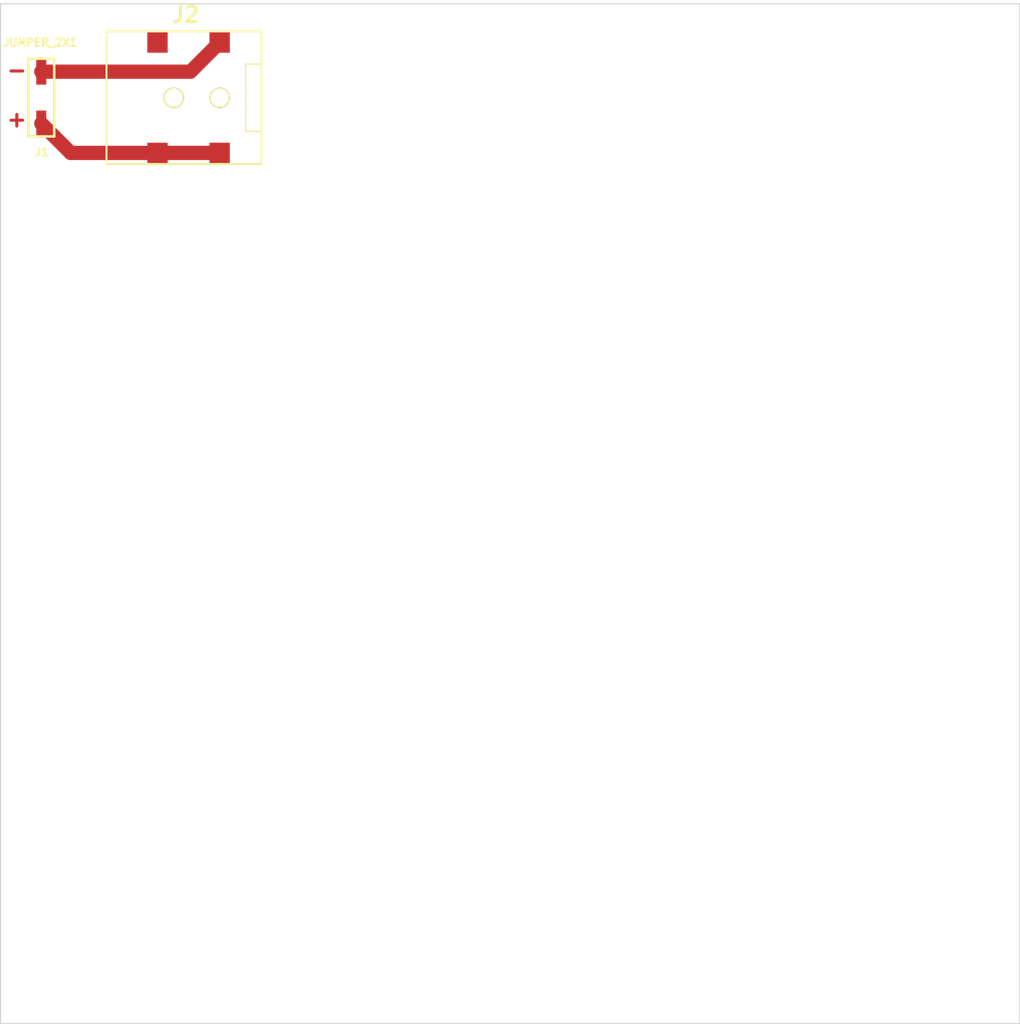
<source format=kicad_pcb>
(kicad_pcb (version 4) (host pcbnew "(2015-08-20 BZR 6109)-product")

  (general
    (links 3)
    (no_connects 0)
    (area 19.949999 17.749999 120.050001 117.850001)
    (thickness 1.6)
    (drawings 5)
    (tracks 6)
    (zones 0)
    (modules 2)
    (nets 3)
  )

  (page A)
  (layers
    (0 F.Cu signal)
    (31 B.Cu signal)
    (32 B.Adhes user)
    (33 F.Adhes user)
    (34 B.Paste user)
    (35 F.Paste user)
    (36 B.SilkS user)
    (37 F.SilkS user)
    (38 B.Mask user)
    (39 F.Mask user)
    (40 Dwgs.User user)
    (41 Cmts.User user)
    (42 Eco1.User user)
    (43 Eco2.User user)
    (44 Edge.Cuts user)
  )

  (setup
    (last_trace_width 0.5)
    (user_trace_width 0.1)
    (user_trace_width 0.2)
    (user_trace_width 0.25)
    (user_trace_width 0.3)
    (user_trace_width 0.35)
    (user_trace_width 0.4)
    (user_trace_width 0.5)
    (user_trace_width 0.6)
    (user_trace_width 0.7)
    (user_trace_width 1)
    (user_trace_width 1.2)
    (user_trace_width 1.4)
    (trace_clearance 0.08)
    (zone_clearance 0.6)
    (zone_45_only no)
    (trace_min 0.1)
    (segment_width 0.2)
    (edge_width 0.1)
    (via_size 0.7)
    (via_drill 0.4)
    (via_min_size 0.7)
    (via_min_drill 0.4)
    (uvia_size 0.4)
    (uvia_drill 0.127)
    (uvias_allowed no)
    (uvia_min_size 0.4)
    (uvia_min_drill 0.127)
    (pcb_text_width 0.3)
    (pcb_text_size 1.5 1.5)
    (mod_edge_width 0.15)
    (mod_text_size 1 1)
    (mod_text_width 0.15)
    (pad_size 0.6 1.35)
    (pad_drill 0)
    (pad_to_mask_clearance 0)
    (pad_to_paste_clearance_ratio -0.1)
    (aux_axis_origin 0 0)
    (visible_elements 7FFFFFFF)
    (pcbplotparams
      (layerselection 0x00030_80000001)
      (usegerberextensions false)
      (excludeedgelayer true)
      (linewidth 0.150000)
      (plotframeref false)
      (viasonmask false)
      (mode 1)
      (useauxorigin false)
      (hpglpennumber 1)
      (hpglpenspeed 20)
      (hpglpendiameter 15)
      (hpglpenoverlay 2)
      (psnegative false)
      (psa4output false)
      (plotreference true)
      (plotvalue true)
      (plotinvisibletext false)
      (padsonsilk false)
      (subtractmaskfromsilk false)
      (outputformat 2)
      (mirror false)
      (drillshape 0)
      (scaleselection 1)
      (outputdirectory ""))
  )

  (net 0 "")
  (net 1 "Net-(J1-Pad1)")
  (net 2 "Net-(J1-Pad2)")

  (net_class Default "This is the default net class."
    (clearance 0.08)
    (trace_width 0.25)
    (via_dia 0.7)
    (via_drill 0.4)
    (uvia_dia 0.4)
    (uvia_drill 0.127)
    (add_net "Net-(J1-Pad1)")
    (add_net "Net-(J1-Pad2)")
  )

  (module ted_connectors:TED_2.1mm_DC_SMD (layer F.Cu) (tedit 0) (tstamp 56CD28A3)
    (at 38.00096 27.01528)
    (path /56CD4F87)
    (fp_text reference J2 (at 0.15748 -8.15848) (layer F.SilkS)
      (effects (font (thickness 0.3048)))
    )
    (fp_text value DC_2.1mm_3pin (at 0.1016 8.49884) (layer F.SilkS) hide
      (effects (font (thickness 0.3048)))
    )
    (fp_line (start 7.6 -3.3) (end 6.05 -3.3) (layer F.SilkS) (width 0.127))
    (fp_line (start 6.05 -3.3) (end 6.05 3.3) (layer F.SilkS) (width 0.127))
    (fp_line (start 6.05 3.3) (end 7.575 3.3) (layer F.SilkS) (width 0.127))
    (fp_line (start -7.59968 -6.5024) (end 7.59968 -6.5024) (layer F.SilkS) (width 0.20066))
    (fp_line (start 7.59968 -6.5024) (end 7.59968 6.5024) (layer F.SilkS) (width 0.20066))
    (fp_line (start 7.59968 6.5024) (end -7.59968 6.5024) (layer F.SilkS) (width 0.20066))
    (fp_line (start -7.59968 6.5024) (end -7.59968 -6.5024) (layer F.SilkS) (width 0.20066))
    (pad "" np_thru_hole circle (at -1.00076 0) (size 1.99898 1.99898) (drill 1.69926) (layers *.Cu *.Mask F.SilkS))
    (pad 1 smd rect (at 3.50012 5.4102) (size 1.99898 1.99898) (layers F.Cu F.Paste F.Mask)
      (net 1 "Net-(J1-Pad1)"))
    (pad 1 smd rect (at -2.60096 5.4102) (size 1.99898 1.99898) (layers F.Cu F.Paste F.Mask)
      (net 1 "Net-(J1-Pad1)"))
    (pad 2 smd rect (at 3.50012 -5.41528) (size 1.99898 1.99898) (layers F.Cu F.Paste F.Mask)
      (net 2 "Net-(J1-Pad2)"))
    (pad 3 smd rect (at -2.60096 -5.41528) (size 1.99898 1.99898) (layers F.Cu F.Paste F.Mask))
    (pad "" np_thru_hole circle (at 3.50012 0) (size 1.99898 1.99898) (drill 1.69926) (layers *.Cu *.Mask F.SilkS))
  )

  (module ted_connectors:TED_HEADER_2x1_SMT (layer F.Cu) (tedit 0) (tstamp 56D28C88)
    (at 24 27)
    (path /56D28B36)
    (fp_text reference J1 (at 0.05 5.35) (layer F.SilkS)
      (effects (font (size 0.762 0.762) (thickness 0.1905)))
    )
    (fp_text value JUMPER_2X1 (at -0.1 -5.4) (layer F.SilkS)
      (effects (font (size 0.762 0.762) (thickness 0.1905)))
    )
    (fp_line (start 1.27 -3.81) (end -1.27 -3.81) (layer F.SilkS) (width 0.254))
    (fp_line (start 1.27 -3.81) (end 1.27 3.81) (layer F.SilkS) (width 0.254))
    (fp_line (start 1.27 3.81) (end -1.27 3.81) (layer F.SilkS) (width 0.254))
    (fp_line (start -1.27 3.81) (end -1.27 -3.81) (layer F.SilkS) (width 0.254))
    (pad 1 smd rect (at 0 2.54) (size 0.9906 2.54) (layers F.Cu F.Paste F.Mask)
      (net 1 "Net-(J1-Pad1)"))
    (pad 2 smd rect (at 0 -2.54) (size 0.9906 2.54) (layers F.Cu F.Paste F.Mask)
      (net 2 "Net-(J1-Pad2)"))
  )

  (gr_text "-\n\n+" (at 21.6 26.7) (layer F.Cu)
    (effects (font (size 1.5 1.5) (thickness 0.3)))
  )
  (gr_line (start 120 17.8) (end 20 17.8) (angle 90) (layer Edge.Cuts) (width 0.1) (tstamp 524E6209))
  (gr_line (start 120 117.8) (end 120 17.8) (angle 90) (layer Edge.Cuts) (width 0.1) (tstamp 524E6225))
  (gr_line (start 20 117.8) (end 120 117.8) (angle 90) (layer Edge.Cuts) (width 0.1))
  (gr_line (start 20 17.8) (end 20 117.8) (angle 90) (layer Edge.Cuts) (width 0.1))

  (segment (start 35.4 32.42548) (end 41.50108 32.42548) (width 1.4) (layer F.Cu) (net 1))
  (segment (start 35.4 32.42548) (end 26.88548 32.42548) (width 1.4) (layer F.Cu) (net 1))
  (segment (start 26.88548 32.42548) (end 24 29.54) (width 1.4) (layer F.Cu) (net 1))
  (segment (start 41.5 21.6) (end 38.64 24.46) (width 1.4) (layer F.Cu) (net 2))
  (segment (start 38.64 24.46) (end 24 24.46) (width 1.4) (layer F.Cu) (net 2))
  (segment (start 41.50108 21.6) (end 41.5 21.6) (width 1.4) (layer F.Cu) (net 2))

)

</source>
